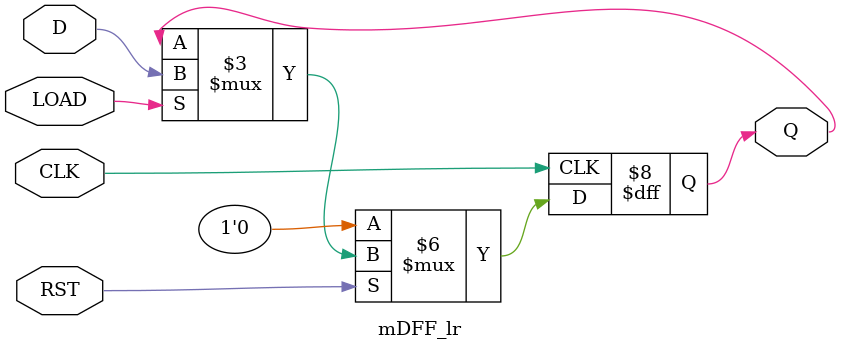
<source format=v>
/*
Copyright 2021 GaoZiBo <diyer175@hotmail.com>
Powered by YSYX https://oscpu.github.io/ysyx

Licensed under The MIT License (MIT).
-------------------------------------
Permission is hereby granted, free of charge, to any person obtaining a copy of
this software and associated documentation files (the "Software"), to deal in
the Software without restriction, including without limitation the rights to
use, copy, modify, merge, publish, distribute, sublicense, and/or sell copies of
the Software, and to permit persons to whom the Software is furnished to do so,
subject to the following conditions:

The above copyright notice and this permission notice shall be included in all
copies or substantial portions of the Software.

THE SOFTWARE IS PROVIDED "AS IS", WITHOUT WARRANTY OF ANY KIND, EXPRESS OR
IMPLIED,INCLUDING BUT NOT LIMITED TO THE WARRANTIES OF MERCHANTABILITY, FITNESS
FOR A PARTICULAR PURPOSE AND NONINFRINGEMENT. IN NO EVENT SHALL THE AUTHORS OR
COPYRIGHT HOLDERS BE LIABLE FOR ANY CLAIM, DAMAGES OR OTHER LIABILITY, WHETHER
IN AN ACTION OF CONTRACT, TORT OR OTHERWISE, ARISING FROM, OUT OF OR IN
CONNECTION WITH THE SOFTWARE OR THE USE OR OTHER DEALINGS IN THE SOFTWARE.
 */

`include "ncpu64k_config.vh"

module mDFF_lr # (
   parameter DW = 1, // Data Width in bits
   parameter RST_VECTOR = {DW{1'b0}}
)
(
   input CLK,
   input RST,
   input LOAD,
   input [DW-1:0] D, // Data input
   output reg [DW-1:0] Q // Data output
);
`ifdef NCPU_RST_ASYNC
 `ifdef NCPU_RST_POS_POLARITY
   always @(posedge CLK or posedge RST) begin
 `else // neg polarity
   always @(posedge CLK or negedge RST) begin
 `endif
`else // synchronous
   always @(posedge CLK) begin
`endif
`ifdef NCPU_RST_POS_POLARITY
      if (RST)
`else // neg polarity
      if (~RST)
`endif
         Q <= RST_VECTOR;
      else if (LOAD)
`ifdef SYNTHESIS
         Q <= D;
`else
         Q <= #1 D;
`endif
   end

   // synthesis translate_off
`ifndef SYNTHESIS

   // Assertions
`ifdef NCPU_ENABLE_ASSERT
`ifdef NCPU_CHECK_X
   always @(posedge CLK) begin
      if((^D) === 1'bx)
         $fatal ("\n DFF: uncertain state! \n");
   end
`endif
`endif

`endif
   // synthesis translate_on
endmodule

</source>
